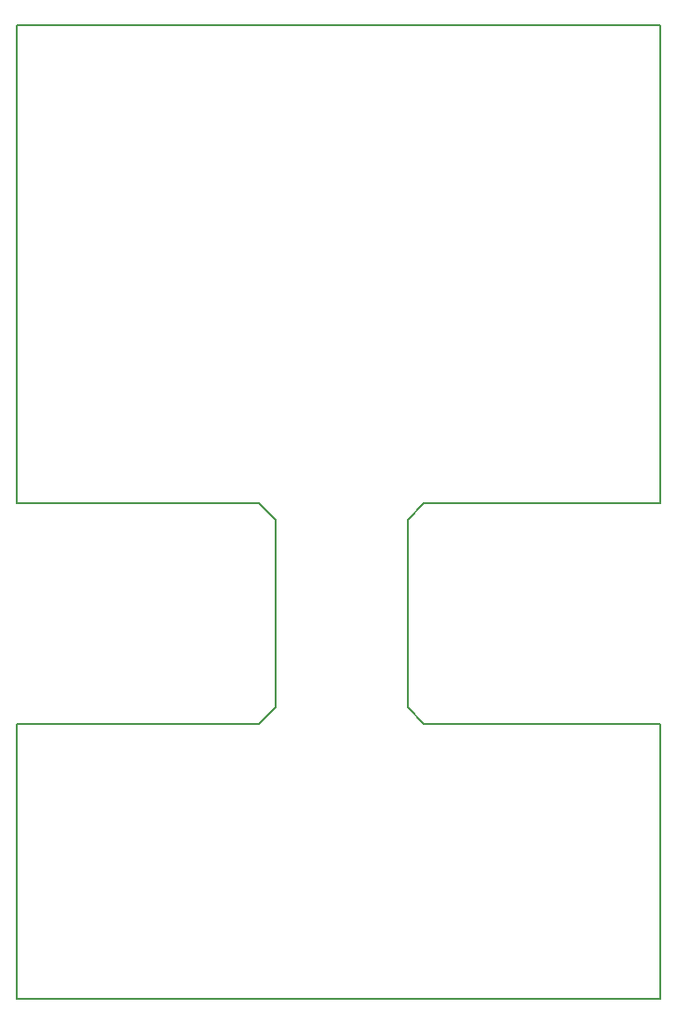
<source format=gm1>
G04 #@! TF.FileFunction,Profile,NP*
%FSLAX46Y46*%
G04 Gerber Fmt 4.6, Leading zero omitted, Abs format (unit mm)*
G04 Created by KiCad (PCBNEW 4.0.7) date 02/09/18 21:40:19*
%MOMM*%
%LPD*%
G01*
G04 APERTURE LIST*
%ADD10C,0.100000*%
%ADD11C,0.150000*%
G04 APERTURE END LIST*
D10*
D11*
X190260000Y-140644000D02*
X131760000Y-140644000D01*
X190260000Y-115644000D02*
X190260000Y-140644000D01*
X168760000Y-115644000D02*
X190260000Y-115644000D01*
X167260000Y-114144000D02*
X168760000Y-115644000D01*
X167260000Y-97144000D02*
X167260000Y-114144000D01*
X168760000Y-95644000D02*
X167260000Y-97144000D01*
X190260000Y-95644000D02*
X168760000Y-95644000D01*
X190260000Y-95144000D02*
X190260000Y-95644000D01*
X190260000Y-52144000D02*
X190260000Y-95144000D01*
X131760000Y-115644000D02*
X131760000Y-140644000D01*
X153760000Y-115644000D02*
X131760000Y-115644000D01*
X155260000Y-114144000D02*
X155260000Y-97144000D01*
X155260000Y-114144000D02*
X153760000Y-115644000D01*
X153760000Y-95644000D02*
X155260000Y-97144000D01*
X131760000Y-95644000D02*
X153760000Y-95644000D01*
X131760000Y-52144000D02*
X131760000Y-95644000D01*
X190260000Y-52144000D02*
X131760000Y-52144000D01*
M02*

</source>
